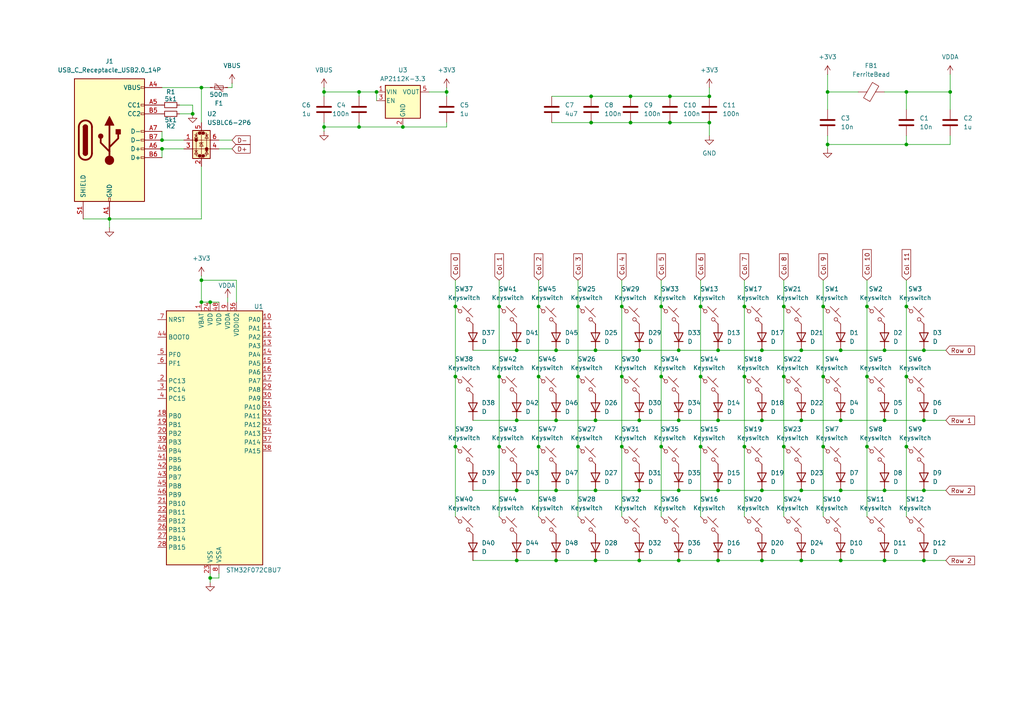
<source format=kicad_sch>
(kicad_sch (version 20231120) (generator "eeschema") (generator_version "8.0")
  (paper "A4")
  (junction (at 220.98 121.92))
  (junction (at 208.28 162.56))
  (junction (at 205.74 27.94))
  (junction (at 144.78 109.22))
  (junction (at 149.86 101.6))
  (junction (at 132.08 109.22))
  (junction (at 205.74 35.56))
  (junction (at 185.42 101.6))
  (junction (at 104.14 36.83))
  (junction (at 191.77 88.9))
  (junction (at 46.99 40.64))
  (junction (at 132.08 88.9))
  (junction (at 109.22 26.67))
  (junction (at 203.2 109.22))
  (junction (at 161.29 142.24))
  (junction (at 171.45 35.56))
  (junction (at 180.34 109.22))
  (junction (at 180.34 129.54))
  (junction (at 215.9 109.22))
  (junction (at 256.54 162.56))
  (junction (at 196.85 162.56))
  (junction (at 156.21 129.54))
  (junction (at 243.84 121.92))
  (junction (at 172.72 162.56))
  (junction (at 144.78 88.9))
  (junction (at 240.03 41.91))
  (junction (at 191.77 129.54))
  (junction (at 60.96 87.63))
  (junction (at 215.9 129.54))
  (junction (at 93.98 36.83))
  (junction (at 262.89 26.67))
  (junction (at 116.84 36.83))
  (junction (at 262.89 129.54))
  (junction (at 161.29 101.6))
  (junction (at 256.54 101.6))
  (junction (at 251.46 129.54))
  (junction (at 232.41 142.24))
  (junction (at 267.97 142.24))
  (junction (at 232.41 121.92))
  (junction (at 227.33 109.22))
  (junction (at 191.77 109.22))
  (junction (at 215.9 88.9))
  (junction (at 185.42 162.56))
  (junction (at 194.31 27.94))
  (junction (at 232.41 162.56))
  (junction (at 196.85 142.24))
  (junction (at 232.41 101.6))
  (junction (at 132.08 129.54))
  (junction (at 240.03 26.67))
  (junction (at 267.97 162.56))
  (junction (at 60.96 167.64))
  (junction (at 220.98 142.24))
  (junction (at 182.88 27.94))
  (junction (at 31.75 63.5))
  (junction (at 251.46 109.22))
  (junction (at 227.33 129.54))
  (junction (at 185.42 142.24))
  (junction (at 93.98 26.67))
  (junction (at 208.28 142.24))
  (junction (at 161.29 121.92))
  (junction (at 256.54 142.24))
  (junction (at 251.46 88.9))
  (junction (at 58.42 25.4))
  (junction (at 46.99 43.18))
  (junction (at 185.42 121.92))
  (junction (at 227.33 88.9))
  (junction (at 171.45 27.94))
  (junction (at 58.42 87.63))
  (junction (at 243.84 142.24))
  (junction (at 172.72 121.92))
  (junction (at 104.14 26.67))
  (junction (at 149.86 121.92))
  (junction (at 58.42 81.28))
  (junction (at 194.31 35.56))
  (junction (at 129.54 26.67))
  (junction (at 156.21 109.22))
  (junction (at 182.88 35.56))
  (junction (at 203.2 129.54))
  (junction (at 256.54 121.92))
  (junction (at 196.85 121.92))
  (junction (at 144.78 129.54))
  (junction (at 149.86 162.56))
  (junction (at 243.84 101.6))
  (junction (at 262.89 88.9))
  (junction (at 55.88 33.02))
  (junction (at 180.34 88.9))
  (junction (at 161.29 162.56))
  (junction (at 267.97 101.6))
  (junction (at 262.89 109.22))
  (junction (at 267.97 121.92))
  (junction (at 238.76 109.22))
  (junction (at 149.86 142.24))
  (junction (at 220.98 101.6))
  (junction (at 262.89 41.91))
  (junction (at 172.72 101.6))
  (junction (at 208.28 121.92))
  (junction (at 220.98 162.56))
  (junction (at 172.72 142.24))
  (junction (at 167.64 88.9))
  (junction (at 238.76 129.54))
  (junction (at 243.84 162.56))
  (junction (at 167.64 129.54))
  (junction (at 203.2 88.9))
  (junction (at 167.64 109.22))
  (junction (at 208.28 101.6))
  (junction (at 238.76 88.9))
  (junction (at 156.21 88.9))
  (junction (at 196.85 101.6))
  (junction (at 275.59 26.67))
  (wire (pts (xy 262.89 88.9) (xy 262.89 109.22)))
  (wire (pts (xy 275.59 39.37) (xy 275.59 41.91)))
  (wire (pts (xy 60.96 166.37) (xy 60.96 167.64)))
  (wire (pts (xy 262.89 39.37) (xy 262.89 41.91)))
  (wire (pts (xy 238.76 129.54) (xy 238.76 149.86)))
  (wire (pts (xy 66.04 25.4) (xy 67.31 25.4)))
  (wire (pts (xy 63.5 43.18) (xy 67.31 43.18)))
  (wire (pts (xy 52.07 33.02) (xy 55.88 33.02)))
  (wire (pts (xy 24.13 63.5) (xy 31.75 63.5)))
  (wire (pts (xy 220.98 162.56) (xy 232.41 162.56)))
  (wire (pts (xy 243.84 142.24) (xy 256.54 142.24)))
  (wire (pts (xy 58.42 80.01) (xy 58.42 81.28)))
  (wire (pts (xy 215.9 81.28) (xy 215.9 88.9)))
  (wire (pts (xy 267.97 142.24) (xy 274.32 142.24)))
  (wire (pts (xy 191.77 109.22) (xy 191.77 129.54)))
  (wire (pts (xy 172.72 162.56) (xy 185.42 162.56)))
  (wire (pts (xy 180.34 109.22) (xy 180.34 129.54)))
  (wire (pts (xy 46.99 43.18) (xy 53.34 43.18)))
  (wire (pts (xy 208.28 162.56) (xy 220.98 162.56)))
  (wire (pts (xy 93.98 36.83) (xy 93.98 38.1)))
  (wire (pts (xy 194.31 27.94) (xy 205.74 27.94)))
  (wire (pts (xy 191.77 81.28) (xy 191.77 88.9)))
  (wire (pts (xy 275.59 21.59) (xy 275.59 26.67)))
  (wire (pts (xy 205.74 25.4) (xy 205.74 27.94)))
  (wire (pts (xy 93.98 25.4) (xy 93.98 26.67)))
  (wire (pts (xy 161.29 101.6) (xy 172.72 101.6)))
  (wire (pts (xy 46.99 38.1) (xy 46.99 40.64)))
  (wire (pts (xy 185.42 121.92) (xy 196.85 121.92)))
  (wire (pts (xy 104.14 35.56) (xy 104.14 36.83)))
  (wire (pts (xy 66.04 86.36) (xy 66.04 87.63)))
  (wire (pts (xy 132.08 129.54) (xy 132.08 149.86)))
  (wire (pts (xy 167.64 109.22) (xy 167.64 129.54)))
  (wire (pts (xy 68.58 87.63) (xy 68.58 81.28)))
  (wire (pts (xy 267.97 101.6) (xy 274.32 101.6)))
  (wire (pts (xy 167.64 129.54) (xy 167.64 149.86)))
  (wire (pts (xy 215.9 88.9) (xy 215.9 109.22)))
  (wire (pts (xy 267.97 121.92) (xy 274.32 121.92)))
  (wire (pts (xy 171.45 35.56) (xy 182.88 35.56)))
  (wire (pts (xy 144.78 88.9) (xy 144.78 109.22)))
  (wire (pts (xy 167.64 81.28) (xy 167.64 88.9)))
  (wire (pts (xy 93.98 36.83) (xy 104.14 36.83)))
  (wire (pts (xy 227.33 129.54) (xy 227.33 149.86)))
  (wire (pts (xy 180.34 81.28) (xy 180.34 88.9)))
  (wire (pts (xy 149.86 121.92) (xy 161.29 121.92)))
  (wire (pts (xy 232.41 121.92) (xy 243.84 121.92)))
  (wire (pts (xy 171.45 27.94) (xy 182.88 27.94)))
  (wire (pts (xy 208.28 142.24) (xy 220.98 142.24)))
  (wire (pts (xy 31.75 63.5) (xy 58.42 63.5)))
  (wire (pts (xy 149.86 162.56) (xy 161.29 162.56)))
  (wire (pts (xy 203.2 129.54) (xy 203.2 149.86)))
  (wire (pts (xy 58.42 81.28) (xy 58.42 87.63)))
  (wire (pts (xy 203.2 88.9) (xy 203.2 109.22)))
  (wire (pts (xy 149.86 142.24) (xy 161.29 142.24)))
  (wire (pts (xy 161.29 121.92) (xy 172.72 121.92)))
  (wire (pts (xy 267.97 162.56) (xy 274.32 162.56)))
  (wire (pts (xy 262.89 109.22) (xy 262.89 129.54)))
  (wire (pts (xy 129.54 25.4) (xy 129.54 26.67)))
  (wire (pts (xy 220.98 142.24) (xy 232.41 142.24)))
  (wire (pts (xy 275.59 26.67) (xy 275.59 31.75)))
  (wire (pts (xy 172.72 101.6) (xy 185.42 101.6)))
  (wire (pts (xy 137.16 142.24) (xy 149.86 142.24)))
  (wire (pts (xy 256.54 142.24) (xy 267.97 142.24)))
  (wire (pts (xy 243.84 162.56) (xy 256.54 162.56)))
  (wire (pts (xy 149.86 101.6) (xy 161.29 101.6)))
  (wire (pts (xy 68.58 81.28) (xy 58.42 81.28)))
  (wire (pts (xy 208.28 121.92) (xy 220.98 121.92)))
  (wire (pts (xy 251.46 88.9) (xy 251.46 109.22)))
  (wire (pts (xy 194.31 35.56) (xy 205.74 35.56)))
  (wire (pts (xy 205.74 35.56) (xy 205.74 39.37)))
  (wire (pts (xy 161.29 162.56) (xy 172.72 162.56)))
  (wire (pts (xy 240.03 26.67) (xy 248.92 26.67)))
  (wire (pts (xy 180.34 88.9) (xy 180.34 109.22)))
  (wire (pts (xy 55.88 30.48) (xy 52.07 30.48)))
  (wire (pts (xy 63.5 166.37) (xy 63.5 167.64)))
  (wire (pts (xy 232.41 101.6) (xy 243.84 101.6)))
  (wire (pts (xy 262.89 41.91) (xy 275.59 41.91)))
  (wire (pts (xy 156.21 88.9) (xy 156.21 109.22)))
  (wire (pts (xy 46.99 25.4) (xy 58.42 25.4)))
  (wire (pts (xy 104.14 36.83) (xy 116.84 36.83)))
  (wire (pts (xy 160.02 35.56) (xy 171.45 35.56)))
  (wire (pts (xy 185.42 101.6) (xy 196.85 101.6)))
  (wire (pts (xy 58.42 87.63) (xy 60.96 87.63)))
  (wire (pts (xy 240.03 39.37) (xy 240.03 41.91)))
  (wire (pts (xy 93.98 35.56) (xy 93.98 36.83)))
  (wire (pts (xy 240.03 41.91) (xy 262.89 41.91)))
  (wire (pts (xy 256.54 121.92) (xy 267.97 121.92)))
  (wire (pts (xy 60.96 168.91) (xy 60.96 167.64)))
  (wire (pts (xy 144.78 109.22) (xy 144.78 129.54)))
  (wire (pts (xy 208.28 101.6) (xy 220.98 101.6)))
  (wire (pts (xy 185.42 162.56) (xy 196.85 162.56)))
  (wire (pts (xy 262.89 129.54) (xy 262.89 149.86)))
  (wire (pts (xy 132.08 88.9) (xy 132.08 109.22)))
  (wire (pts (xy 182.88 35.56) (xy 194.31 35.56)))
  (wire (pts (xy 109.22 26.67) (xy 109.22 29.21)))
  (wire (pts (xy 160.02 27.94) (xy 171.45 27.94)))
  (wire (pts (xy 46.99 40.64) (xy 53.34 40.64)))
  (wire (pts (xy 240.03 41.91) (xy 240.03 43.18)))
  (wire (pts (xy 156.21 129.54) (xy 156.21 149.86)))
  (wire (pts (xy 240.03 21.59) (xy 240.03 26.67)))
  (wire (pts (xy 196.85 162.56) (xy 208.28 162.56)))
  (wire (pts (xy 58.42 25.4) (xy 58.42 35.56)))
  (wire (pts (xy 256.54 162.56) (xy 267.97 162.56)))
  (wire (pts (xy 156.21 81.28) (xy 156.21 88.9)))
  (wire (pts (xy 161.29 142.24) (xy 172.72 142.24)))
  (wire (pts (xy 58.42 25.4) (xy 60.96 25.4)))
  (wire (pts (xy 238.76 81.28) (xy 238.76 88.9)))
  (wire (pts (xy 238.76 88.9) (xy 238.76 109.22)))
  (wire (pts (xy 137.16 162.56) (xy 149.86 162.56)))
  (wire (pts (xy 262.89 81.28) (xy 262.89 88.9)))
  (wire (pts (xy 215.9 129.54) (xy 215.9 149.86)))
  (wire (pts (xy 67.31 25.4) (xy 67.31 24.13)))
  (wire (pts (xy 60.96 87.63) (xy 63.5 87.63)))
  (wire (pts (xy 129.54 26.67) (xy 129.54 27.94)))
  (wire (pts (xy 132.08 81.28) (xy 132.08 88.9)))
  (wire (pts (xy 196.85 121.92) (xy 208.28 121.92)))
  (wire (pts (xy 243.84 101.6) (xy 256.54 101.6)))
  (wire (pts (xy 262.89 26.67) (xy 275.59 26.67)))
  (wire (pts (xy 232.41 162.56) (xy 243.84 162.56)))
  (wire (pts (xy 124.46 26.67) (xy 129.54 26.67)))
  (wire (pts (xy 220.98 101.6) (xy 232.41 101.6)))
  (wire (pts (xy 227.33 88.9) (xy 227.33 109.22)))
  (wire (pts (xy 232.41 142.24) (xy 243.84 142.24)))
  (wire (pts (xy 172.72 121.92) (xy 185.42 121.92)))
  (wire (pts (xy 104.14 26.67) (xy 109.22 26.67)))
  (wire (pts (xy 238.76 109.22) (xy 238.76 129.54)))
  (wire (pts (xy 191.77 88.9) (xy 191.77 109.22)))
  (wire (pts (xy 132.08 109.22) (xy 132.08 129.54)))
  (wire (pts (xy 144.78 81.28) (xy 144.78 88.9)))
  (wire (pts (xy 93.98 26.67) (xy 93.98 27.94)))
  (wire (pts (xy 227.33 109.22) (xy 227.33 129.54)))
  (wire (pts (xy 63.5 40.64) (xy 67.31 40.64)))
  (wire (pts (xy 180.34 129.54) (xy 180.34 149.86)))
  (wire (pts (xy 31.75 63.5) (xy 31.75 66.04)))
  (wire (pts (xy 191.77 129.54) (xy 191.77 149.86)))
  (wire (pts (xy 182.88 27.94) (xy 194.31 27.94)))
  (wire (pts (xy 55.88 30.48) (xy 55.88 33.02)))
  (wire (pts (xy 220.98 121.92) (xy 232.41 121.92)))
  (wire (pts (xy 251.46 129.54) (xy 251.46 149.86)))
  (wire (pts (xy 243.84 121.92) (xy 256.54 121.92)))
  (wire (pts (xy 203.2 109.22) (xy 203.2 129.54)))
  (wire (pts (xy 196.85 101.6) (xy 208.28 101.6)))
  (wire (pts (xy 156.21 109.22) (xy 156.21 129.54)))
  (wire (pts (xy 167.64 88.9) (xy 167.64 109.22)))
  (wire (pts (xy 137.16 121.92) (xy 149.86 121.92)))
  (wire (pts (xy 256.54 101.6) (xy 267.97 101.6)))
  (wire (pts (xy 251.46 109.22) (xy 251.46 129.54)))
  (wire (pts (xy 256.54 26.67) (xy 262.89 26.67)))
  (wire (pts (xy 185.42 142.24) (xy 196.85 142.24)))
  (wire (pts (xy 60.96 167.64) (xy 63.5 167.64)))
  (wire (pts (xy 116.84 36.83) (xy 129.54 36.83)))
  (wire (pts (xy 215.9 109.22) (xy 215.9 129.54)))
  (wire (pts (xy 137.16 101.6) (xy 149.86 101.6)))
  (wire (pts (xy 203.2 81.28) (xy 203.2 88.9)))
  (wire (pts (xy 227.33 81.28) (xy 227.33 88.9)))
  (wire (pts (xy 93.98 26.67) (xy 104.14 26.67)))
  (wire (pts (xy 129.54 35.56) (xy 129.54 36.83)))
  (wire (pts (xy 104.14 26.67) (xy 104.14 27.94)))
  (wire (pts (xy 196.85 142.24) (xy 208.28 142.24)))
  (wire (pts (xy 251.46 81.28) (xy 251.46 88.9)))
  (wire (pts (xy 46.99 43.18) (xy 46.99 45.72)))
  (wire (pts (xy 262.89 26.67) (xy 262.89 31.75)))
  (wire (pts (xy 144.78 129.54) (xy 144.78 149.86)))
  (wire (pts (xy 58.42 63.5) (xy 58.42 48.26)))
  (wire (pts (xy 172.72 142.24) (xy 185.42 142.24)))
  (wire (pts (xy 240.03 26.67) (xy 240.03 31.75)))
  (global_label "Col 6" (shape input) (at 203.2 81.28 90) (property "Intersheetrefs" "${INTERSHEET_REFS}" (effects (hide yes))))
  (global_label "Col 9" (shape input) (at 238.76 81.28 90) (property "Intersheetrefs" "${INTERSHEET_REFS}" (effects (hide yes))))
  (global_label "Col 0" (shape input) (at 132.08 81.28 90) (property "Intersheetrefs" "${INTERSHEET_REFS}" (effects (hide yes))))
  (global_label "Col 4" (shape input) (at 180.34 81.28 90) (property "Intersheetrefs" "${INTERSHEET_REFS}" (effects (hide yes))))
  (global_label "Row 1" (shape input) (at 274.32 121.92 0) (property "Intersheetrefs" "${INTERSHEET_REFS}" (effects (hide yes))))
  (global_label "Col 11" (shape input) (at 262.89 81.28 90) (property "Intersheetrefs" "${INTERSHEET_REFS}" (effects (hide yes))))
  (global_label "Col 1" (shape input) (at 144.78 81.28 90) (property "Intersheetrefs" "${INTERSHEET_REFS}" (effects (hide yes))))
  (global_label "Col 8" (shape input) (at 227.33 81.28 90) (property "Intersheetrefs" "${INTERSHEET_REFS}" (effects (hide yes))))
  (global_label "Row 0" (shape input) (at 274.32 101.6 0) (property "Intersheetrefs" "${INTERSHEET_REFS}" (effects (hide yes))))
  (global_label "Col 2" (shape input) (at 156.21 81.28 90) (property "Intersheetrefs" "${INTERSHEET_REFS}" (effects (hide yes))))
  (global_label "D-" (shape input) (at 67.31 40.64 0) (property "Intersheetrefs" "${INTERSHEET_REFS}" (effects (hide yes))))
  (global_label "Col 3" (shape input) (at 167.64 81.28 90) (property "Intersheetrefs" "${INTERSHEET_REFS}" (effects (hide yes))))
  (global_label "D+" (shape input) (at 67.31 43.18 0) (property "Intersheetrefs" "${INTERSHEET_REFS}" (effects (hide yes))))
  (global_label "Row 2" (shape input) (at 274.32 142.24 0) (property "Intersheetrefs" "${INTERSHEET_REFS}" (effects (hide yes))))
  (global_label "Col 10" (shape input) (at 251.46 81.28 90) (property "Intersheetrefs" "${INTERSHEET_REFS}" (effects (hide yes))))
  (global_label "Col 7" (shape input) (at 215.9 81.28 90) (property "Intersheetrefs" "${INTERSHEET_REFS}" (effects (hide yes))))
  (global_label "Row 2" (shape input) (at 274.32 162.56 0) (property "Intersheetrefs" "${INTERSHEET_REFS}" (effects (hide yes))))
  (global_label "Col 5" (shape input) (at 191.77 81.28 90) (property "Intersheetrefs" "${INTERSHEET_REFS}" (effects (hide yes))))
  (symbol (lib_id "Device:D") (at 220.98 118.11 90) (unit 1)
    (property "Reference" "D18" (at 223.52 116.8399 90) (effects (justify right)))
    (property "Value" "D" (at 223.52 119.3799 90) (effects (justify right)))
    (property "Description" "Diode" (effects (hide yes)))
    (property "Sim.Device" "D" (effects (hide yes)))
    (property "Sim.Pins" "1=K 2=A" (effects (hide yes)))
  )
  (symbol (lib_id "Device:D") (at 208.28 158.75 90) (unit 1)
    (property "Reference" "D16" (at 210.82 157.4799 90) (effects (justify right)))
    (property "Value" "D" (at 210.82 160.0199 90) (effects (justify right)))
    (property "Description" "Diode" (effects (hide yes)))
    (property "Sim.Device" "D" (effects (hide yes)))
    (property "Sim.Pins" "1=K 2=A" (effects (hide yes)))
  )
  (symbol (lib_id "Switch:SW_Push_45deg") (at 194.31 132.08 0) (unit 1)
    (property "Reference" "SW35" (at 194.31 124.46 0))
    (property "Value" "Keyswitch" (at 194.31 127 0))
    (property "Description" "Push button switch, normally open, two pins, 45° tilted" (effects (hide yes)))
  )
  (symbol (lib_id "power:VDDA") (at 66.04 86.36 0) (unit 1)
    (property "Reference" "#PWR05" (effects (hide yes)))
    (property "Value" "VDDA" (at 65.786 82.804 0))
    (property "Description" "Power symbol creates a global label with name \"VDDA\"" (effects (hide yes)))
  )
  (symbol (lib_id "Switch:SW_Push_45deg") (at 241.3 132.08 0) (unit 1)
    (property "Reference" "SW7" (at 241.3 124.46 0))
    (property "Value" "Keyswitch" (at 241.3 127 0))
    (property "Description" "Push button switch, normally open, two pins, 45° tilted" (effects (hide yes)))
  )
  (symbol (lib_id "Device:D") (at 196.85 118.11 90) (unit 1)
    (property "Reference" "D34" (at 199.39 116.8399 90) (effects (justify right)))
    (property "Value" "D" (at 199.39 119.3799 90) (effects (justify right)))
    (property "Description" "Diode" (effects (hide yes)))
    (property "Sim.Device" "D" (effects (hide yes)))
    (property "Sim.Pins" "1=K 2=A" (effects (hide yes)))
  )
  (symbol (lib_id "Device:D") (at 256.54 118.11 90) (unit 1)
    (property "Reference" "D5" (at 259.08 116.8399 90) (effects (justify right)))
    (property "Value" "D" (at 259.08 119.3799 90) (effects (justify right)))
    (property "Description" "Diode" (effects (hide yes)))
    (property "Sim.Device" "D" (effects (hide yes)))
    (property "Sim.Pins" "1=K 2=A" (effects (hide yes)))
  )
  (symbol (lib_id "Switch:SW_Push_45deg") (at 182.88 132.08 0) (unit 1)
    (property "Reference" "SW31" (at 182.88 124.46 0))
    (property "Value" "Keyswitch" (at 182.88 127 0))
    (property "Description" "Push button switch, normally open, two pins, 45° tilted" (effects (hide yes)))
  )
  (symbol (lib_id "Switch:SW_Push_45deg") (at 182.88 91.44 0) (unit 1)
    (property "Reference" "SW29" (at 182.88 83.82 0))
    (property "Value" "Keyswitch" (at 182.88 86.36 0))
    (property "Description" "Push button switch, normally open, two pins, 45° tilted" (effects (hide yes)))
  )
  (symbol (lib_id "Device:D") (at 220.98 158.75 90) (unit 1)
    (property "Reference" "D20" (at 223.52 157.4799 90) (effects (justify right)))
    (property "Value" "D" (at 223.52 160.0199 90) (effects (justify right)))
    (property "Description" "Diode" (effects (hide yes)))
    (property "Sim.Device" "D" (effects (hide yes)))
    (property "Sim.Pins" "1=K 2=A" (effects (hide yes)))
  )
  (symbol (lib_id "Device:D") (at 137.16 97.79 90) (unit 1)
    (property "Reference" "D37" (at 139.7 96.5199 90) (effects (justify right)))
    (property "Value" "D" (at 139.7 99.0599 90) (effects (justify right)))
    (property "Description" "Diode" (effects (hide yes)))
    (property "Sim.Device" "D" (effects (hide yes)))
    (property "Sim.Pins" "1=K 2=A" (effects (hide yes)))
  )
  (symbol (lib_id "Device:C") (at 194.31 31.75 0) (unit 1)
    (property "Reference" "C10" (at 198.12 30.4799 0) (effects (justify left)))
    (property "Value" "100n" (at 198.12 33.0199 0) (effects (justify left)))
    (property "Description" "Unpolarized capacitor" (effects (hide yes)))
  )
  (symbol (lib_id "Device:D") (at 208.28 118.11 90) (unit 1)
    (property "Reference" "D14" (at 210.82 116.8399 90) (effects (justify right)))
    (property "Value" "D" (at 210.82 119.3799 90) (effects (justify right)))
    (property "Description" "Diode" (effects (hide yes)))
    (property "Sim.Device" "D" (effects (hide yes)))
    (property "Sim.Pins" "1=K 2=A" (effects (hide yes)))
  )
  (symbol (lib_id "Device:D") (at 185.42 138.43 90) (unit 1)
    (property "Reference" "D31" (at 187.96 137.1599 90) (effects (justify right)))
    (property "Value" "D" (at 187.96 139.6999 90) (effects (justify right)))
    (property "Description" "Diode" (effects (hide yes)))
    (property "Sim.Device" "D" (effects (hide yes)))
    (property "Sim.Pins" "1=K 2=A" (effects (hide yes)))
  )
  (symbol (lib_id "Device:D") (at 172.72 158.75 90) (unit 1)
    (property "Reference" "D28" (at 175.26 157.4799 90) (effects (justify right)))
    (property "Value" "D" (at 175.26 160.0199 90) (effects (justify right)))
    (property "Description" "Diode" (effects (hide yes)))
    (property "Sim.Device" "D" (effects (hide yes)))
    (property "Sim.Pins" "1=K 2=A" (effects (hide yes)))
  )
  (symbol (lib_id "Switch:SW_Push_45deg") (at 182.88 152.4 0) (unit 1)
    (property "Reference" "SW32" (at 182.88 144.78 0))
    (property "Value" "Keyswitch" (at 182.88 147.32 0))
    (property "Description" "Push button switch, normally open, two pins, 45° tilted" (effects (hide yes)))
  )
  (symbol (lib_id "Device:D") (at 172.72 97.79 90) (unit 1)
    (property "Reference" "D25" (at 175.26 96.5199 90) (effects (justify right)))
    (property "Value" "D" (at 175.26 99.0599 90) (effects (justify right)))
    (property "Description" "Diode" (effects (hide yes)))
    (property "Sim.Device" "D" (effects (hide yes)))
    (property "Sim.Pins" "1=K 2=A" (effects (hide yes)))
  )
  (symbol (lib_id "Switch:SW_Push_45deg") (at 194.31 111.76 0) (unit 1)
    (property "Reference" "SW34" (at 194.31 104.14 0))
    (property "Value" "Keyswitch" (at 194.31 106.68 0))
    (property "Description" "Push button switch, normally open, two pins, 45° tilted" (effects (hide yes)))
  )
  (symbol (lib_id "Device:D") (at 232.41 138.43 90) (unit 1)
    (property "Reference" "D23" (at 234.95 137.1599 90) (effects (justify right)))
    (property "Value" "D" (at 234.95 139.6999 90) (effects (justify right)))
    (property "Description" "Diode" (effects (hide yes)))
    (property "Sim.Device" "D" (effects (hide yes)))
    (property "Sim.Pins" "1=K 2=A" (effects (hide yes)))
  )
  (symbol (lib_id "power:+3V3") (at 205.74 25.4 0) (unit 1)
    (property "Reference" "#PWR011" (effects (hide yes)))
    (property "Value" "+3V3" (at 205.74 20.32 0))
    (property "Description" "Power symbol creates a global label with name \"+3V3\"" (effects (hide yes)))
  )
  (symbol (lib_id "Device:D") (at 137.16 138.43 90) (unit 1)
    (property "Reference" "D39" (at 139.7 137.1599 90) (effects (justify right)))
    (property "Value" "D" (at 139.7 139.6999 90) (effects (justify right)))
    (property "Description" "Diode" (effects (hide yes)))
    (property "Sim.Device" "D" (effects (hide yes)))
    (property "Sim.Pins" "1=K 2=A" (effects (hide yes)))
  )
  (symbol (lib_id "Power_Protection:USBLC6-2P6") (at 58.42 40.64 0) (unit 1)
    (property "Reference" "U2" (at 60.0711 33.02 0) (effects (justify left)))
    (property "Value" "USBLC6-2P6" (at 60.0711 35.56 0) (effects (justify left)))
    (property "Footprint" "Package_TO_SOT_SMD:SOT-666" (effects (hide yes)))
    (property "Datasheet" "https://www.st.com/resource/en/datasheet/usblc6-2.pdf" (effects (hide yes)))
    (property "Description" "Very low capacitance ESD protection diode, 2 data-line, SOT-666" (effects (hide yes)))
  )
  (symbol (lib_id "Device:C") (at 240.03 35.56 0) (unit 1)
    (property "Reference" "C3" (at 243.84 34.2899 0) (effects (justify left)))
    (property "Value" "10n" (at 243.84 36.8299 0) (effects (justify left)))
    (property "Description" "Unpolarized capacitor" (effects (hide yes)))
  )
  (symbol (lib_id "Switch:SW_Push_45deg") (at 134.62 152.4 0) (unit 1)
    (property "Reference" "SW40" (at 134.62 144.78 0))
    (property "Value" "Keyswitch" (at 134.62 147.32 0))
    (property "Description" "Push button switch, normally open, two pins, 45° tilted" (effects (hide yes)))
  )
  (symbol (lib_id "Switch:SW_Push_45deg") (at 205.74 132.08 0) (unit 1)
    (property "Reference" "SW15" (at 205.74 124.46 0))
    (property "Value" "Keyswitch" (at 205.74 127 0))
    (property "Description" "Push button switch, normally open, two pins, 45° tilted" (effects (hide yes)))
  )
  (symbol (lib_id "Device:D") (at 196.85 138.43 90) (unit 1)
    (property "Reference" "D35" (at 199.39 137.1599 90) (effects (justify right)))
    (property "Value" "D" (at 199.39 139.6999 90) (effects (justify right)))
    (property "Description" "Diode" (effects (hide yes)))
    (property "Sim.Device" "D" (effects (hide yes)))
    (property "Sim.Pins" "1=K 2=A" (effects (hide yes)))
  )
  (symbol (lib_id "Device:Polyfuse_Small") (at 63.5 25.4 90) (mirror x) (unit 1)
    (property "Reference" "F1" (at 63.5 29.972 90))
    (property "Value" "500m" (at 63.5 27.432 90))
    (property "Description" "Resettable fuse, polymeric positive temperature coefficient, small symbol" (effects (hide yes)))
  )
  (symbol (lib_id "Device:D") (at 243.84 158.75 90) (unit 1)
    (property "Reference" "D10" (at 246.38 157.4799 90) (effects (justify right)))
    (property "Value" "D" (at 246.38 160.0199 90) (effects (justify right)))
    (property "Description" "Diode" (effects (hide yes)))
    (property "Sim.Device" "D" (effects (hide yes)))
    (property "Sim.Pins" "1=K 2=A" (effects (hide yes)))
  )
  (symbol (lib_id "Device:D") (at 220.98 138.43 90) (unit 1)
    (property "Reference" "D19" (at 223.52 137.1599 90) (effects (justify right)))
    (property "Value" "D" (at 223.52 139.6999 90) (effects (justify right)))
    (property "Description" "Diode" (effects (hide yes)))
    (property "Sim.Device" "D" (effects (hide yes)))
    (property "Sim.Pins" "1=K 2=A" (effects (hide yes)))
  )
  (symbol (lib_id "Device:D") (at 256.54 97.79 90) (unit 1)
    (property "Reference" "D2" (at 259.08 96.5199 90) (effects (justify right)))
    (property "Value" "D" (at 259.08 99.0599 90) (effects (justify right)))
    (property "Description" "Diode" (effects (hide yes)))
    (property "Sim.Device" "D" (effects (hide yes)))
    (property "Sim.Pins" "1=K 2=A" (effects (hide yes)))
  )
  (symbol (lib_id "MCU_ST_STM32F0:STM32F072CBUx") (at 60.96 128.27 0) (unit 1)
    (property "Reference" "U1" (at 73.66 88.9 0) (effects (justify left)))
    (property "Value" "STM32F072CBU7" (at 65.532 165.354 0) (effects (justify left)))
    (property "Footprint" "Package_DFN_QFN:QFN-48-1EP_7x7mm_P0.5mm_EP5.6x5.6mm" (effects (hide yes)))
    (property "Datasheet" "https://www.st.com/resource/en/datasheet/stm32f072cb.pdf" (effects (hide yes)))
    (property "Description" "STMicroelectronics Arm Cortex-M0 MCU, 128KB flash, 16KB RAM, 48 MHz, 2.0-3.6V, 37 GPIO, UFQFPN48" (effects (hide yes)))
  )
  (symbol (lib_id "Switch:SW_Push_45deg") (at 218.44 152.4 0) (unit 1)
    (property "Reference" "SW20" (at 218.44 144.78 0))
    (property "Value" "Keyswitch" (at 218.44 147.32 0))
    (property "Description" "Push button switch, normally open, two pins, 45° tilted" (effects (hide yes)))
  )
  (symbol (lib_id "Switch:SW_Push_45deg") (at 254 111.76 0) (unit 1)
    (property "Reference" "SW5" (at 254 104.14 0))
    (property "Value" "Keyswitch" (at 254 106.68 0))
    (property "Description" "Push button switch, normally open, two pins, 45° tilted" (effects (hide yes)))
  )
  (symbol (lib_id "Device:D") (at 220.98 97.79 90) (unit 1)
    (property "Reference" "D17" (at 223.52 96.5199 90) (effects (justify right)))
    (property "Value" "D" (at 223.52 99.0599 90) (effects (justify right)))
    (property "Description" "Diode" (effects (hide yes)))
    (property "Sim.Device" "D" (effects (hide yes)))
    (property "Sim.Pins" "1=K 2=A" (effects (hide yes)))
  )
  (symbol (lib_id "power:GND") (at 93.98 38.1 0) (unit 1)
    (property "Reference" "#PWR015" (effects (hide yes)))
    (property "Value" "GND" (effects (hide yes)))
    (property "Description" "Power symbol creates a global label with name \"GND\" , ground" (effects (hide yes)))
  )
  (symbol (lib_id "Device:D") (at 267.97 158.75 90) (unit 1)
    (property "Reference" "D12" (at 270.51 157.4799 90) (effects (justify right)))
    (property "Value" "D" (at 270.51 160.0199 90) (effects (justify right)))
    (property "Description" "Diode" (effects (hide yes)))
    (property "Sim.Device" "D" (effects (hide yes)))
    (property "Sim.Pins" "1=K 2=A" (effects (hide yes)))
  )
  (symbol (lib_id "Switch:SW_Push_45deg") (at 241.3 91.44 0) (unit 1)
    (property "Reference" "SW1" (at 241.3 83.82 0))
    (property "Value" "Keyswitch" (at 241.3 86.36 0))
    (property "Description" "Push button switch, normally open, two pins, 45° tilted" (effects (hide yes)))
  )
  (symbol (lib_id "power:GND") (at 205.74 39.37 0) (unit 1)
    (property "Reference" "#PWR012" (effects (hide yes)))
    (property "Value" "GND" (at 205.74 44.45 0))
    (property "Description" "Power symbol creates a global label with name \"GND\" , ground" (effects (hide yes)))
  )
  (symbol (lib_id "power:+3V3") (at 240.03 21.59 0) (unit 1)
    (property "Reference" "#PWR02" (effects (hide yes)))
    (property "Value" "+3V3" (at 240.03 16.51 0))
    (property "Description" "Power symbol creates a global label with name \"+3V3\"" (effects (hide yes)))
  )
  (symbol (lib_id "Device:C") (at 262.89 35.56 0) (unit 1)
    (property "Reference" "C1" (at 266.7 34.2899 0) (effects (justify left)))
    (property "Value" "10n" (at 266.7 36.8299 0) (effects (justify left)))
    (property "Description" "Unpolarized capacitor" (effects (hide yes)))
  )
  (symbol (lib_id "Device:D") (at 243.84 138.43 90) (unit 1)
    (property "Reference" "D7" (at 246.38 137.1599 90) (effects (justify right)))
    (property "Value" "D" (at 246.38 139.6999 90) (effects (justify right)))
    (property "Description" "Diode" (effects (hide yes)))
    (property "Sim.Device" "D" (effects (hide yes)))
    (property "Sim.Pins" "1=K 2=A" (effects (hide yes)))
  )
  (symbol (lib_id "Device:C") (at 171.45 31.75 0) (unit 1)
    (property "Reference" "C8" (at 175.26 30.4799 0) (effects (justify left)))
    (property "Value" "100n" (at 175.26 33.0199 0) (effects (justify left)))
    (property "Description" "Unpolarized capacitor" (effects (hide yes)))
  )
  (symbol (lib_id "Switch:SW_Push_45deg") (at 254 91.44 0) (unit 1)
    (property "Reference" "SW2" (at 254 83.82 0))
    (property "Value" "Keyswitch" (at 254 86.36 0))
    (property "Description" "Push button switch, normally open, two pins, 45° tilted" (effects (hide yes)))
  )
  (symbol (lib_id "Switch:SW_Push_45deg") (at 134.62 91.44 0) (unit 1)
    (property "Reference" "SW37" (at 134.62 83.82 0))
    (property "Value" "Keyswitch" (at 134.62 86.36 0))
    (property "Description" "Push button switch, normally open, two pins, 45° tilted" (effects (hide yes)))
  )
  (symbol (lib_id "Switch:SW_Push_45deg") (at 265.43 132.08 0) (unit 1)
    (property "Reference" "SW9" (at 265.43 124.46 0))
    (property "Value" "Keyswitch" (at 265.43 127 0))
    (property "Description" "Push button switch, normally open, two pins, 45° tilted" (effects (hide yes)))
  )
  (symbol (lib_id "Device:R_Small") (at 49.53 33.02 90) (unit 1)
    (property "Reference" "R2" (at 49.53 36.576 90))
    (property "Value" "5k1" (at 49.53 34.798 90))
    (property "Description" "Resistor, small symbol" (effects (hide yes)))
  )
  (symbol (lib_id "Device:D") (at 256.54 138.43 90) (unit 1)
    (property "Reference" "D8" (at 259.08 137.1599 90) (effects (justify right)))
    (property "Value" "D" (at 259.08 139.6999 90) (effects (justify right)))
    (property "Description" "Diode" (effects (hide yes)))
    (property "Sim.Device" "D" (effects (hide yes)))
    (property "Sim.Pins" "1=K 2=A" (effects (hide yes)))
  )
  (symbol (lib_id "Switch:SW_Push_45deg") (at 170.18 152.4 0) (unit 1)
    (property "Reference" "SW28" (at 170.18 144.78 0))
    (property "Value" "Keyswitch" (at 170.18 147.32 0))
    (property "Description" "Push button switch, normally open, two pins, 45° tilted" (effects (hide yes)))
  )
  (symbol (lib_id "Device:D") (at 137.16 118.11 90) (unit 1)
    (property "Reference" "D38" (at 139.7 116.8399 90) (effects (justify right)))
    (property "Value" "D" (at 139.7 119.3799 90) (effects (justify right)))
    (property "Description" "Diode" (effects (hide yes)))
    (property "Sim.Device" "D" (effects (hide yes)))
    (property "Sim.Pins" "1=K 2=A" (effects (hide yes)))
  )
  (symbol (lib_id "Device:C") (at 160.02 31.75 0) (unit 1)
    (property "Reference" "C7" (at 163.83 30.4799 0) (effects (justify left)))
    (property "Value" "4u7" (at 163.83 33.0199 0) (effects (justify left)))
    (property "Description" "Unpolarized capacitor" (effects (hide yes)))
  )
  (symbol (lib_id "Device:D") (at 161.29 138.43 90) (unit 1)
    (property "Reference" "D47" (at 163.83 137.1599 90) (effects (justify right)))
    (property "Value" "D" (at 163.83 139.6999 90) (effects (justify right)))
    (property "Description" "Diode" (effects (hide yes)))
    (property "Sim.Device" "D" (effects (hide yes)))
    (property "Sim.Pins" "1=K 2=A" (effects (hide yes)))
  )
  (symbol (lib_id "Switch:SW_Push_45deg") (at 229.87 91.44 0) (unit 1)
    (property "Reference" "SW21" (at 229.87 83.82 0))
    (property "Value" "Keyswitch" (at 229.87 86.36 0))
    (property "Description" "Push button switch, normally open, two pins, 45° tilted" (effects (hide yes)))
  )
  (symbol (lib_id "Device:C") (at 129.54 31.75 0) (unit 1)
    (property "Reference" "C5" (at 133.35 30.4799 0) (effects (justify left)))
    (property "Value" "1u" (at 133.35 33.0199 0) (effects (justify left)))
    (property "Description" "Unpolarized capacitor" (effects (hide yes)))
  )
  (symbol (lib_id "power:GND") (at 31.75 66.04 0) (unit 1)
    (property "Reference" "#PWR09" (effects (hide yes)))
    (property "Value" "GND" (effects (hide yes)))
    (property "Description" "Power symbol creates a global label with name \"GND\" , ground" (effects (hide yes)))
  )
  (symbol (lib_id "Device:FerriteBead") (at 252.73 26.67 90) (unit 1)
    (property "Reference" "FB1" (at 252.6792 19.05 90))
    (property "Value" "FerriteBead" (at 252.6792 21.59 90))
    (property "Description" "Ferrite bead" (effects (hide yes)))
  )
  (symbol (lib_id "Switch:SW_Push_45deg") (at 147.32 111.76 0) (unit 1)
    (property "Reference" "SW42" (at 147.32 104.14 0))
    (property "Value" "Keyswitch" (at 147.32 106.68 0))
    (property "Description" "Push button switch, normally open, two pins, 45° tilted" (effects (hide yes)))
  )
  (symbol (lib_id "Switch:SW_Push_45deg") (at 265.43 152.4 0) (unit 1)
    (property "Reference" "SW12" (at 265.43 144.78 0))
    (property "Value" "Keyswitch" (at 265.43 147.32 0))
    (property "Description" "Push button switch, normally open, two pins, 45° tilted" (effects (hide yes)))
  )
  (symbol (lib_id "Switch:SW_Push_45deg") (at 134.62 111.76 0) (unit 1)
    (property "Reference" "SW38" (at 134.62 104.14 0))
    (property "Value" "Keyswitch" (at 134.62 106.68 0))
    (property "Description" "Push button switch, normally open, two pins, 45° tilted" (effects (hide yes)))
  )
  (symbol (lib_id "Switch:SW_Push_45deg") (at 158.75 132.08 0) (unit 1)
    (property "Reference" "SW47" (at 158.75 124.46 0))
    (property "Value" "Keyswitch" (at 158.75 127 0))
    (property "Description" "Push button switch, normally open, two pins, 45° tilted" (effects (hide yes)))
  )
  (symbol (lib_id "Device:D") (at 149.86 97.79 90) (unit 1)
    (property "Reference" "D41" (at 152.4 96.5199 90) (effects (justify right)))
    (property "Value" "D" (at 152.4 99.0599 90) (effects (justify right)))
    (property "Description" "Diode" (effects (hide yes)))
    (property "Sim.Device" "D" (effects (hide yes)))
    (property "Sim.Pins" "1=K 2=A" (effects (hide yes)))
  )
  (symbol (lib_id "Switch:SW_Push_45deg") (at 265.43 111.76 0) (unit 1)
    (property "Reference" "SW6" (at 265.43 104.14 0))
    (property "Value" "Keyswitch" (at 265.43 106.68 0))
    (property "Description" "Push button switch, normally open, two pins, 45° tilted" (effects (hide yes)))
  )
  (symbol (lib_id "Switch:SW_Push_45deg") (at 158.75 152.4 0) (unit 1)
    (property "Reference" "SW48" (at 158.75 144.78 0))
    (property "Value" "Keyswitch" (at 158.75 147.32 0))
    (property "Description" "Push button switch, normally open, two pins, 45° tilted" (effects (hide yes)))
  )
  (symbol (lib_id "Device:D") (at 196.85 97.79 90) (unit 1)
    (property "Reference" "D33" (at 199.39 96.5199 90) (effects (justify right)))
    (property "Value" "D" (at 199.39 99.0599 90) (effects (justify right)))
    (property "Description" "Diode" (effects (hide yes)))
    (property "Sim.Device" "D" (effects (hide yes)))
    (property "Sim.Pins" "1=K 2=A" (effects (hide yes)))
  )
  (symbol (lib_id "Device:D") (at 185.42 118.11 90) (unit 1)
    (property "Reference" "D30" (at 187.96 116.8399 90) (effects (justify right)))
    (property "Value" "D" (at 187.96 119.3799 90) (effects (justify right)))
    (property "Description" "Diode" (effects (hide yes)))
    (property "Sim.Device" "D" (effects (hide yes)))
    (property "Sim.Pins" "1=K 2=A" (effects (hide yes)))
  )
  (symbol (lib_id "Device:D") (at 208.28 97.79 90) (unit 1)
    (property "Reference" "D13" (at 210.82 96.5199 90) (effects (justify right)))
    (property "Value" "D" (at 210.82 99.0599 90) (effects (justify right)))
    (property "Description" "Diode" (effects (hide yes)))
    (property "Sim.Device" "D" (effects (hide yes)))
    (property "Sim.Pins" "1=K 2=A" (effects (hide yes)))
  )
  (symbol (lib_id "Device:D") (at 232.41 158.75 90) (unit 1)
    (property "Reference" "D24" (at 234.95 157.4799 90) (effects (justify right)))
    (property "Value" "D" (at 234.95 160.0199 90) (effects (justify right)))
    (property "Description" "Diode" (effects (hide yes)))
    (property "Sim.Device" "D" (effects (hide yes)))
    (property "Sim.Pins" "1=K 2=A" (effects (hide yes)))
  )
  (symbol (lib_id "Switch:SW_Push_45deg") (at 205.74 91.44 0) (unit 1)
    (property "Reference" "SW13" (at 205.74 83.82 0))
    (property "Value" "Keyswitch" (at 205.74 86.36 0))
    (property "Description" "Push button switch, normally open, two pins, 45° tilted" (effects (hide yes)))
  )
  (symbol (lib_id "Switch:SW_Push_45deg") (at 254 152.4 0) (unit 1)
    (property "Reference" "SW11" (at 254 144.78 0))
    (property "Value" "Keyswitch" (at 254 147.32 0))
    (property "Description" "Push button switch, normally open, two pins, 45° tilted" (effects (hide yes)))
  )
  (symbol (lib_id "Device:D") (at 256.54 158.75 90) (unit 1)
    (property "Reference" "D11" (at 259.08 157.4799 90) (effects (justify right)))
    (property "Value" "D" (at 259.08 160.0199 90) (effects (justify right)))
    (property "Description" "Diode" (effects (hide yes)))
    (property "Sim.Device" "D" (effects (hide yes)))
    (property "Sim.Pins" "1=K 2=A" (effects (hide yes)))
  )
  (symbol (lib_id "Switch:SW_Push_45deg") (at 194.31 152.4 0) (unit 1)
    (property "Reference" "SW36" (at 194.31 144.78 0))
    (property "Value" "Keyswitch" (at 194.31 147.32 0))
    (property "Description" "Push button switch, normally open, two pins, 45° tilted" (effects (hide yes)))
  )
  (symbol (lib_id "Device:D") (at 208.28 138.43 90) (unit 1)
    (property "Reference" "D15" (at 210.82 137.1599 90) (effects (justify right)))
    (property "Value" "D" (at 210.82 139.6999 90) (effects (justify right)))
    (property "Description" "Diode" (effects (hide yes)))
    (property "Sim.Device" "D" (effects (hide yes)))
    (property "Sim.Pins" "1=K 2=A" (effects (hide yes)))
  )
  (symbol (lib_id "Device:R_Small") (at 49.53 30.48 90) (unit 1)
    (property "Reference" "R1" (at 49.53 26.67 90))
    (property "Value" "5k1" (at 49.53 28.702 90))
    (property "Description" "Resistor, small symbol" (effects (hide yes)))
  )
  (symbol (lib_id "Device:D") (at 267.97 118.11 90) (unit 1)
    (property "Reference" "D6" (at 270.51 116.8399 90) (effects (justify right)))
    (property "Value" "D" (at 270.51 119.3799 90) (effects (justify right)))
    (property "Description" "Diode" (effects (hide yes)))
    (property "Sim.Device" "D" (effects (hide yes)))
    (property "Sim.Pins" "1=K 2=A" (effects (hide yes)))
  )
  (symbol (lib_id "Switch:SW_Push_45deg") (at 265.43 91.44 0) (unit 1)
    (property "Reference" "SW3" (at 265.43 83.82 0))
    (property "Value" "Keyswitch" (at 265.43 86.36 0))
    (property "Description" "Push button switch, normally open, two pins, 45° tilted" (effects (hide yes)))
  )
  (symbol (lib_id "Switch:SW_Push_45deg") (at 147.32 132.08 0) (unit 1)
    (property "Reference" "SW43" (at 147.32 124.46 0))
    (property "Value" "Keyswitch" (at 147.32 127 0))
    (property "Description" "Push button switch, normally open, two pins, 45° tilted" (effects (hide yes)))
  )
  (symbol (lib_id "Switch:SW_Push_45deg") (at 241.3 111.76 0) (unit 1)
    (property "Reference" "SW4" (at 241.3 104.14 0))
    (property "Value" "Keyswitch" (at 241.3 106.68 0))
    (property "Description" "Push button switch, normally open, two pins, 45° tilted" (effects (hide yes)))
  )
  (symbol (lib_id "Device:D") (at 172.72 118.11 90) (unit 1)
    (property "Reference" "D26" (at 175.26 116.8399 90) (effects (justify right)))
    (property "Value" "D" (at 175.26 119.3799 90) (effects (justify right)))
    (property "Description" "Diode" (effects (hide yes)))
    (property "Sim.Device" "D" (effects (hide yes)))
    (property "Sim.Pins" "1=K 2=A" (effects (hide yes)))
  )
  (symbol (lib_id "Switch:SW_Push_45deg") (at 147.32 152.4 0) (unit 1)
    (property "Reference" "SW44" (at 147.32 144.78 0))
    (property "Value" "Keyswitch" (at 147.32 147.32 0))
    (property "Description" "Push button switch, normally open, two pins, 45° tilted" (effects (hide yes)))
  )
  (symbol (lib_id "Switch:SW_Push_45deg") (at 147.32 91.44 0) (unit 1)
    (property "Reference" "SW41" (at 147.32 83.82 0))
    (property "Value" "Keyswitch" (at 147.32 86.36 0))
    (property "Description" "Push button switch, normally open, two pins, 45° tilted" (effects (hide yes)))
  )
  (symbol (lib_id "Device:D") (at 161.29 118.11 90) (unit 1)
    (property "Reference" "D46" (at 163.83 116.8399 90) (effects (justify right)))
    (property "Value" "D" (at 163.83 119.3799 90) (effects (justify right)))
    (property "Description" "Diode" (effects (hide yes)))
    (property "Sim.Device" "D" (effects (hide yes)))
    (property "Sim.Pins" "1=K 2=A" (effects (hide yes)))
  )
  (symbol (lib_id "Switch:SW_Push_45deg") (at 170.18 91.44 0) (unit 1)
    (property "Reference" "SW25" (at 170.18 83.82 0))
    (property "Value" "Keyswitch" (at 170.18 86.36 0))
    (property "Description" "Push button switch, normally open, two pins, 45° tilted" (effects (hide yes)))
  )
  (symbol (lib_id "Switch:SW_Push_45deg") (at 229.87 132.08 0) (unit 1)
    (property "Reference" "SW23" (at 229.87 124.46 0))
    (property "Value" "Keyswitch" (at 229.87 127 0))
    (property "Description" "Push button switch, normally open, two pins, 45° tilted" (effects (hide yes)))
  )
  (symbol (lib_id "Device:C") (at 182.88 31.75 0) (unit 1)
    (property "Reference" "C9" (at 186.69 30.4799 0) (effects (justify left)))
    (property "Value" "100n" (at 186.69 33.0199 0) (effects (justify left)))
    (property "Description" "Unpolarized capacitor" (effects (hide yes)))
  )
  (symbol (lib_id "Device:D") (at 149.86 138.43 90) (unit 1)
    (property "Reference" "D43" (at 152.4 137.1599 90) (effects (justify right)))
    (property "Value" "D" (at 152.4 139.6999 90) (effects (justify right)))
    (property "Description" "Diode" (effects (hide yes)))
    (property "Sim.Device" "D" (effects (hide yes)))
    (property "Sim.Pins" "1=K 2=A" (effects (hide yes)))
  )
  (symbol (lib_id "Switch:SW_Push_45deg") (at 134.62 132.08 0) (unit 1)
    (property "Reference" "SW39" (at 134.62 124.46 0))
    (property "Value" "Keyswitch" (at 134.62 127 0))
    (property "Description" "Push button switch, normally open, two pins, 45° tilted" (effects (hide yes)))
  )
  (symbol (lib_id "Device:D") (at 185.42 97.79 90) (unit 1)
    (property "Reference" "D29" (at 187.96 96.5199 90) (effects (justify right)))
    (property "Value" "D" (at 187.96 99.0599 90) (effects (justify right)))
    (property "Description" "Diode" (effects (hide yes)))
    (property "Sim.Device" "D" (effects (hide yes)))
    (property "Sim.Pins" "1=K 2=A" (effects (hide yes)))
  )
  (symbol (lib_id "Device:D") (at 149.86 158.75 90) (unit 1)
    (property "Reference" "D44" (at 152.4 157.4799 90) (effects (justify right)))
    (property "Value" "D" (at 152.4 160.0199 90) (effects (justify right)))
    (property "Description" "Diode" (effects (hide yes)))
    (property "Sim.Device" "D" (effects (hide yes)))
    (property "Sim.Pins" "1=K 2=A" (effects (hide yes)))
  )
  (symbol (lib_id "Regulator_Linear:AP2112K-3.3") (at 116.84 29.21 0) (unit 1)
    (property "Reference" "U3" (at 116.84 20.32 0))
    (property "Value" "AP2112K-3.3" (at 116.84 22.86 0))
    (property "Footprint" "Package_TO_SOT_SMD:SOT-23-5" (effects (hide yes)))
    (property "Datasheet" "https://www.diodes.com/assets/Datasheets/AP2112.pdf" (effects (hide yes)))
    (property "Description" "600mA low dropout linear regulator, with enable pin, 3.8V-6V input voltage range, 3.3V fixed positive output, SOT-23-5" (effects (hide yes)))
  )
  (symbol (lib_id "power:+3V3") (at 129.54 25.4 0) (unit 1)
    (property "Reference" "#PWR010" (effects (hide yes)))
    (property "Value" "+3V3" (at 129.54 20.32 0))
    (property "Description" "Power symbol creates a global label with name \"+3V3\"" (effects (hide yes)))
  )
  (symbol (lib_id "Device:D") (at 232.41 118.11 90) (unit 1)
    (property "Reference" "D22" (at 234.95 116.8399 90) (effects (justify right)))
    (property "Value" "D" (at 234.95 119.3799 90) (effects (justify right)))
    (property "Description" "Diode" (effects (hide yes)))
    (property "Sim.Device" "D" (effects (hide yes)))
    (property "Sim.Pins" "1=K 2=A" (effects (hide yes)))
  )
  (symbol (lib_id "Switch:SW_Push_45deg") (at 254 132.08 0) (unit 1)
    (property "Reference" "SW8" (at 254 124.46 0))
    (property "Value" "Keyswitch" (at 254 127 0))
    (property "Description" "Push button switch, normally open, two pins, 45° tilted" (effects (hide yes)))
  )
  (symbol (lib_id "Device:D") (at 243.84 97.79 90) (unit 1)
    (property "Reference" "D1" (at 246.38 96.5199 90) (effects (justify right)))
    (property "Value" "D" (at 246.38 99.0599 90) (effects (justify right)))
    (property "Description" "Diode" (effects (hide yes)))
    (property "Sim.Device" "D" (effects (hide yes)))
    (property "Sim.Pins" "1=K 2=A" (effects (hide yes)))
  )
  (symbol (lib_id "Device:C") (at 104.14 31.75 0) (mirror y) (unit 1)
    (property "Reference" "C4" (at 100.33 30.4799 0) (effects (justify left)))
    (property "Value" "100n" (at 101.346 33.02 0) (effects (justify left)))
    (property "Description" "Unpolarized capacitor" (effects (hide yes)))
  )
  (symbol (lib_id "Device:D") (at 161.29 158.75 90) (unit 1)
    (property "Reference" "D48" (at 163.83 157.4799 90) (effects (justify right)))
    (property "Value" "D" (at 163.83 160.0199 90) (effects (justify right)))
    (property "Description" "Diode" (effects (hide yes)))
    (property "Sim.Device" "D" (effects (hide yes)))
    (property "Sim.Pins" "1=K 2=A" (effects (hide yes)))
  )
  (symbol (lib_id "Switch:SW_Push_45deg") (at 229.87 111.76 0) (unit 1)
    (property "Reference" "SW22" (at 229.87 104.14 0))
    (property "Value" "Keyswitch" (at 229.87 106.68 0))
    (property "Description" "Push button switch, normally open, two pins, 45° tilted" (effects (hide yes)))
  )
  (symbol (lib_id "Switch:SW_Push_45deg") (at 170.18 132.08 0) (unit 1)
    (property "Reference" "SW27" (at 170.18 124.46 0))
    (property "Value" "Keyswitch" (at 170.18 127 0))
    (property "Description" "Push button switch, normally open, two pins, 45° tilted" (effects (hide yes)))
  )
  (symbol (lib_id "Device:D") (at 267.97 138.43 90) (unit 1)
    (property "Reference" "D9" (at 270.51 137.1599 90) (effects (justify right)))
    (property "Value" "D" (at 270.51 139.6999 90) (effects (justify right)))
    (property "Description" "Diode" (effects (hide yes)))
    (property "Sim.Device" "D" (effects (hide yes)))
    (property "Sim.Pins" "1=K 2=A" (effects (hide yes)))
  )
  (symbol (lib_id "Device:D") (at 185.42 158.75 90) (unit 1)
    (property "Reference" "D32" (at 187.96 157.4799 90) (effects (justify right)))
    (property "Value" "D" (at 187.96 160.0199 90) (effects (justify right)))
    (property "Description" "Diode" (effects (hide yes)))
    (property "Sim.Device" "D" (effects (hide yes)))
    (property "Sim.Pins" "1=K 2=A" (effects (hide yes)))
  )
  (symbol (lib_id "power:VBUS") (at 67.31 24.13 0) (unit 1)
    (property "Reference" "#PWR08" (effects (hide yes)))
    (property "Value" "VBUS" (at 67.31 19.05 0))
    (property "Description" "Power symbol creates a global label with name \"VBUS\"" (effects (hide yes)))
  )
  (symbol (lib_id "Switch:SW_Push_45deg") (at 182.88 111.76 0) (unit 1)
    (property "Reference" "SW30" (at 182.88 104.14 0))
    (property "Value" "Keyswitch" (at 182.88 106.68 0))
    (property "Description" "Push button switch, normally open, two pins, 45° tilted" (effects (hide yes)))
  )
  (symbol (lib_id "Device:D") (at 267.97 97.79 90) (unit 1)
    (property "Reference" "D3" (at 270.51 96.5199 90) (effects (justify right)))
    (property "Value" "D" (at 270.51 99.0599 90) (effects (justify right)))
    (property "Description" "Diode" (effects (hide yes)))
    (property "Sim.Device" "D" (effects (hide yes)))
    (property "Sim.Pins" "1=K 2=A" (effects (hide yes)))
  )
  (symbol (lib_id "Device:D") (at 137.16 158.75 90) (unit 1)
    (property "Reference" "D40" (at 139.7 157.4799 90) (effects (justify right)))
    (property "Value" "D" (at 139.7 160.0199 90) (effects (justify right)))
    (property "Description" "Diode" (effects (hide yes)))
    (property "Sim.Device" "D" (effects (hide yes)))
    (property "Sim.Pins" "1=K 2=A" (effects (hide yes)))
  )
  (symbol (lib_id "Switch:SW_Push_45deg") (at 194.31 91.44 0) (unit 1)
    (property "Reference" "SW33" (at 194.31 83.82 0))
    (property "Value" "Keyswitch" (at 194.31 86.36 0))
    (property "Description" "Push button switch, normally open, two pins, 45° tilted" (effects (hide yes)))
  )
  (symbol (lib_id "Device:D") (at 161.29 97.79 90) (unit 1)
    (property "Reference" "D45" (at 163.83 96.5199 90) (effects (justify right)))
    (property "Value" "D" (at 163.83 99.0599 90) (effects (justify right)))
    (property "Description" "Diode" (effects (hide yes)))
    (property "Sim.Device" "D" (effects (hide yes)))
    (property "Sim.Pins" "1=K 2=A" (effects (hide yes)))
  )
  (symbol (lib_id "Device:C") (at 93.98 31.75 0) (mirror y) (unit 1)
    (property "Reference" "C6" (at 90.17 30.4799 0) (effects (justify left)))
    (property "Value" "1u" (at 90.17 33.0199 0) (effects (justify left)))
    (property "Description" "Unpolarized capacitor" (effects (hide yes)))
  )
  (symbol (lib_id "Switch:SW_Push_45deg") (at 170.18 111.76 0) (unit 1)
    (property "Reference" "SW26" (at 170.18 104.14 0))
    (property "Value" "Keyswitch" (at 170.18 106.68 0))
    (property "Description" "Push button switch, normally open, two pins, 45° tilted" (effects (hide yes)))
  )
  (symbol (lib_id "Switch:SW_Push_45deg") (at 158.75 91.44 0) (unit 1)
    (property "Reference" "SW45" (at 158.75 83.82 0))
    (property "Value" "Keyswitch" (at 158.75 86.36 0))
    (property "Description" "Push button switch, normally open, two pins, 45° tilted" (effects (hide yes)))
  )
  (symbol (lib_id "Switch:SW_Push_45deg") (at 158.75 111.76 0) (unit 1)
    (property "Reference" "SW46" (at 158.75 104.14 0))
    (property "Value" "Keyswitch" (at 158.75 106.68 0))
    (property "Description" "Push button switch, normally open, two pins, 45° tilted" (effects (hide yes)))
  )
  (symbol (lib_id "Device:C") (at 205.74 31.75 0) (unit 1)
    (property "Reference" "C11" (at 209.55 30.4799 0) (effects (justify left)))
    (property "Value" "100n" (at 209.55 33.0199 0) (effects (justify left)))
    (property "Description" "Unpolarized capacitor" (effects (hide yes)))
  )
  (symbol (lib_id "Switch:SW_Push_45deg") (at 218.44 111.76 0) (unit 1)
    (property "Reference" "SW18" (at 218.44 104.14 0))
    (property "Value" "Keyswitch" (at 218.44 106.68 0))
    (property "Description" "Push button switch, normally open, two pins, 45° tilted" (effects (hide yes)))
  )
  (symbol (lib_id "Device:D") (at 196.85 158.75 90) (unit 1)
    (property "Reference" "D36" (at 199.39 157.4799 90) (effects (justify right)))
    (property "Value" "D" (at 199.39 160.0199 90) (effects (justify right)))
    (property "Description" "Diode" (effects (hide yes)))
    (property "Sim.Device" "D" (effects (hide yes)))
    (property "Sim.Pins" "1=K 2=A" (effects (hide yes)))
  )
  (symbol (lib_id "Device:C") (at 275.59 35.56 0) (unit 1)
    (property "Reference" "C2" (at 279.4 34.2899 0) (effects (justify left)))
    (property "Value" "1u" (at 279.4 36.8299 0) (effects (justify left)))
    (property "Description" "Unpolarized capacitor" (effects (hide yes)))
  )
  (symbol (lib_id "Connector:USB_C_Receptacle_USB2.0_14P") (at 31.75 40.64 0) (unit 1)
    (property "Reference" "J1" (at 31.75 17.78 0))
    (property "Value" "USB_C_Receptacle_USB2.0_14P" (at 31.75 20.32 0))
    (property "Datasheet" "https://www.usb.org/sites/default/files/documents/usb_type-c.zip" (effects (hide yes)))
    (property "Description" "USB 2.0-only 14P Type-C Receptacle connector" (effects (hide yes)))
  )
  (symbol (lib_id "power:VDDA") (at 275.59 21.59 0) (unit 1)
    (property "Reference" "#PWR04" (effects (hide yes)))
    (property "Value" "VDDA" (at 275.59 16.51 0))
    (property "Description" "Power symbol creates a global label with name \"VDDA\"" (effects (hide yes)))
  )
  (symbol (lib_id "power:GND") (at 55.88 33.02 0) (unit 1)
    (property "Reference" "#PWR07" (effects (hide yes)))
    (property "Value" "GND" (effects (hide yes)))
    (property "Description" "Power symbol creates a global label with name \"GND\" , ground" (effects (hide yes)))
  )
  (symbol (lib_id "Device:D") (at 232.41 97.79 90) (unit 1)
    (property "Reference" "D21" (at 234.95 96.5199 90) (effects (justify right)))
    (property "Value" "D" (at 234.95 99.0599 90) (effects (justify right)))
    (property "Description" "Diode" (effects (hide yes)))
    (property "Sim.Device" "D" (effects (hide yes)))
    (property "Sim.Pins" "1=K 2=A" (effects (hide yes)))
  )
  (symbol (lib_id "power:GND") (at 240.03 43.18 0) (unit 1)
    (property "Reference" "#PWR03" (effects (hide yes)))
    (property "Value" "GND" (effects (hide yes)))
    (property "Description" "Power symbol creates a global label with name \"GND\" , ground" (effects (hide yes)))
  )
  (symbol (lib_id "Device:D") (at 172.72 138.43 90) (unit 1)
    (property "Reference" "D27" (at 175.26 137.1599 90) (effects (justify right)))
    (property "Value" "D" (at 175.26 139.6999 90) (effects (justify right)))
    (property "Description" "Diode" (effects (hide yes)))
    (property "Sim.Device" "D" (effects (hide yes)))
    (property "Sim.Pins" "1=K 2=A" (effects (hide yes)))
  )
  (symbol (lib_id "Switch:SW_Push_45deg") (at 218.44 132.08 0) (unit 1)
    (property "Reference" "SW19" (at 218.44 124.46 0))
    (property "Value" "Keyswitch" (at 218.44 127 0))
    (property "Description" "Push button switch, normally open, two pins, 45° tilted" (effects (hide yes)))
  )
  (symbol (lib_id "Device:D") (at 149.86 118.11 90) (unit 1)
    (property "Reference" "D42" (at 152.4 116.8399 90) (effects (justify right)))
    (property "Value" "D" (at 152.4 119.3799 90) (effects (justify right)))
    (property "Description" "Diode" (effects (hide yes)))
    (property "Sim.Device" "D" (effects (hide yes)))
    (property "Sim.Pins" "1=K 2=A" (effects (hide yes)))
  )
  (symbol (lib_id "Switch:SW_Push_45deg") (at 205.74 152.4 0) (unit 1)
    (property "Reference" "SW16" (at 205.74 144.78 0))
    (property "Value" "Keyswitch" (at 205.74 147.32 0))
    (property "Description" "Push button switch, normally open, two pins, 45° tilted" (effects (hide yes)))
  )
  (symbol (lib_id "Device:D") (at 243.84 118.11 90) (unit 1)
    (property "Reference" "D4" (at 246.38 116.8399 90) (effects (justify right)))
    (property "Value" "D" (at 246.38 119.3799 90) (effects (justify right)))
    (property "Description" "Diode" (effects (hide yes)))
    (property "Sim.Device" "D" (effects (hide yes)))
    (property "Sim.Pins" "1=K 2=A" (effects (hide yes)))
  )
  (symbol (lib_id "Switch:SW_Push_45deg") (at 218.44 91.44 0) (unit 1)
    (property "Reference" "SW17" (at 218.44 83.82 0))
    (property "Value" "Keyswitch" (at 218.44 86.36 0))
    (property "Description" "Push button switch, normally open, two pins, 45° tilted" (effects (hide yes)))
  )
  (symbol (lib_id "Switch:SW_Push_45deg") (at 205.74 111.76 0) (unit 1)
    (property "Reference" "SW14" (at 205.74 104.14 0))
    (property "Value" "Keyswitch" (at 205.74 106.68 0))
    (property "Description" "Push button switch, normally open, two pins, 45° tilted" (effects (hide yes)))
  )
  (symbol (lib_id "Switch:SW_Push_45deg") (at 229.87 152.4 0) (unit 1)
    (property "Reference" "SW24" (at 229.87 144.78 0))
    (property "Value" "Keyswitch" (at 229.87 147.32 0))
    (property "Description" "Push button switch, normally open, two pins, 45° tilted" (effects (hide yes)))
  )
  (symbol (lib_id "Switch:SW_Push_45deg") (at 241.3 152.4 0) (unit 1)
    (property "Reference" "SW10" (at 241.3 144.78 0))
    (property "Value" "Keyswitch" (at 241.3 147.32 0))
    (property "Description" "Push button switch, normally open, two pins, 45° tilted" (effects (hide yes)))
  )
  (symbol (lib_id "power:VBUS") (at 93.98 25.4 0) (unit 1)
    (property "Reference" "#PWR014" (effects (hide yes)))
    (property "Value" "VBUS" (at 93.98 20.32 0))
    (property "Description" "Power symbol creates a global label with name \"VBUS\"" (effects (hide yes)))
  )
  (symbol (lib_id "power:+3V3") (at 58.42 80.01 0) (unit 1)
    (property "Reference" "#PWR06" (effects (hide yes)))
    (property "Value" "+3V3" (at 58.42 74.93 0))
    (property "Description" "Power symbol creates a global label with name \"+3V3\"" (effects (hide yes)))
  )
  (symbol (lib_id "power:GND") (at 60.96 168.91 0) (unit 1)
    (property "Reference" "#PWR01" (effects (hide yes)))
    (property "Value" "GND" (effects (hide yes)))
    (property "Description" "Power symbol creates a global label with name \"GND\" , ground" (effects (hide yes)))
  )
)
</source>
